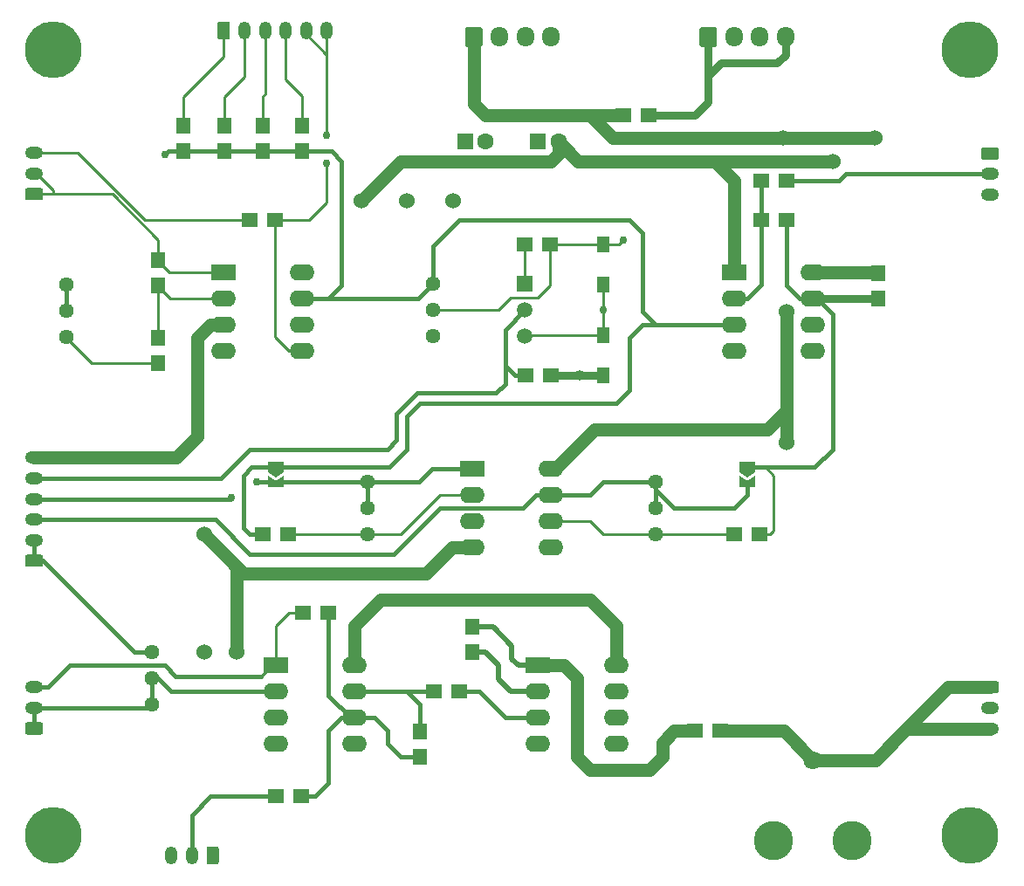
<source format=gtl>
G04 #@! TF.GenerationSoftware,KiCad,Pcbnew,(5.1.2)-1*
G04 #@! TF.CreationDate,2019-05-14T15:53:23-07:00*
G04 #@! TF.ProjectId,triumph_main,74726975-6d70-4685-9f6d-61696e2e6b69,A*
G04 #@! TF.SameCoordinates,Original*
G04 #@! TF.FileFunction,Copper,L1,Top*
G04 #@! TF.FilePolarity,Positive*
%FSLAX46Y46*%
G04 Gerber Fmt 4.6, Leading zero omitted, Abs format (unit mm)*
G04 Created by KiCad (PCBNEW (5.1.2)-1) date 2019-05-14 15:53:23*
%MOMM*%
%LPD*%
G04 APERTURE LIST*
%ADD10O,2.400000X1.600000*%
%ADD11R,2.400000X1.600000*%
%ADD12C,0.100000*%
%ADD13C,1.200000*%
%ADD14O,1.200000X1.750000*%
%ADD15C,3.810000*%
%ADD16C,1.800000*%
%ADD17C,5.500000*%
%ADD18R,1.400000X1.550000*%
%ADD19R,1.200000X1.500000*%
%ADD20C,1.600000*%
%ADD21R,1.600000X1.600000*%
%ADD22R,1.550000X1.400000*%
%ADD23C,1.440000*%
%ADD24R,1.500000X1.500000*%
%ADD25C,1.500000*%
%ADD26C,0.300000*%
%ADD27O,1.700000X1.950000*%
%ADD28C,1.700000*%
%ADD29O,1.750000X1.200000*%
%ADD30C,1.016000*%
%ADD31C,1.524000*%
%ADD32C,0.762000*%
%ADD33C,0.762000*%
%ADD34C,1.270000*%
%ADD35C,0.254000*%
%ADD36C,0.381000*%
%ADD37C,0.508000*%
G04 APERTURE END LIST*
D10*
X173736000Y-83566000D03*
X166116000Y-91186000D03*
X173736000Y-86106000D03*
X166116000Y-88646000D03*
X173736000Y-88646000D03*
X166116000Y-86106000D03*
X173736000Y-91186000D03*
D11*
X166116000Y-83566000D03*
D12*
G36*
X115880505Y-139207204D02*
G01*
X115904773Y-139210804D01*
X115928572Y-139216765D01*
X115951671Y-139225030D01*
X115973850Y-139235520D01*
X115994893Y-139248132D01*
X116014599Y-139262747D01*
X116032777Y-139279223D01*
X116049253Y-139297401D01*
X116063868Y-139317107D01*
X116076480Y-139338150D01*
X116086970Y-139360329D01*
X116095235Y-139383428D01*
X116101196Y-139407227D01*
X116104796Y-139431495D01*
X116106000Y-139455999D01*
X116106000Y-140706001D01*
X116104796Y-140730505D01*
X116101196Y-140754773D01*
X116095235Y-140778572D01*
X116086970Y-140801671D01*
X116076480Y-140823850D01*
X116063868Y-140844893D01*
X116049253Y-140864599D01*
X116032777Y-140882777D01*
X116014599Y-140899253D01*
X115994893Y-140913868D01*
X115973850Y-140926480D01*
X115951671Y-140936970D01*
X115928572Y-140945235D01*
X115904773Y-140951196D01*
X115880505Y-140954796D01*
X115856001Y-140956000D01*
X115155999Y-140956000D01*
X115131495Y-140954796D01*
X115107227Y-140951196D01*
X115083428Y-140945235D01*
X115060329Y-140936970D01*
X115038150Y-140926480D01*
X115017107Y-140913868D01*
X114997401Y-140899253D01*
X114979223Y-140882777D01*
X114962747Y-140864599D01*
X114948132Y-140844893D01*
X114935520Y-140823850D01*
X114925030Y-140801671D01*
X114916765Y-140778572D01*
X114910804Y-140754773D01*
X114907204Y-140730505D01*
X114906000Y-140706001D01*
X114906000Y-139455999D01*
X114907204Y-139431495D01*
X114910804Y-139407227D01*
X114916765Y-139383428D01*
X114925030Y-139360329D01*
X114935520Y-139338150D01*
X114948132Y-139317107D01*
X114962747Y-139297401D01*
X114979223Y-139279223D01*
X114997401Y-139262747D01*
X115017107Y-139248132D01*
X115038150Y-139235520D01*
X115060329Y-139225030D01*
X115083428Y-139216765D01*
X115107227Y-139210804D01*
X115131495Y-139207204D01*
X115155999Y-139206000D01*
X115856001Y-139206000D01*
X115880505Y-139207204D01*
X115880505Y-139207204D01*
G37*
D13*
X115506000Y-140081000D03*
D14*
X113506000Y-140081000D03*
X111506000Y-140081000D03*
D15*
X169936000Y-138656000D03*
X177536000Y-138656000D03*
D16*
X173736000Y-130856000D03*
D17*
X188976000Y-138176000D03*
X100076000Y-138176000D03*
X188976000Y-61976000D03*
X100076000Y-61976000D03*
D18*
X124206000Y-69321000D03*
X124206000Y-71771000D03*
X116651000Y-69321000D03*
X116651000Y-71771000D03*
X120396000Y-69321000D03*
X120396000Y-71771000D03*
X112651000Y-69321000D03*
X112651000Y-71771000D03*
D19*
X153416000Y-89636000D03*
X153416000Y-93536000D03*
X153416000Y-84736000D03*
X153416000Y-80836000D03*
D20*
X149066000Y-70866000D03*
D21*
X147066000Y-70866000D03*
D20*
X141986000Y-70866000D03*
D21*
X139986000Y-70866000D03*
D22*
X162306000Y-128016000D03*
X164756000Y-128016000D03*
X157816000Y-68326000D03*
X155366000Y-68326000D03*
D18*
X140716000Y-120396000D03*
X140716000Y-117946000D03*
D22*
X136996000Y-124206000D03*
X139446000Y-124206000D03*
D18*
X135636000Y-128106000D03*
X135636000Y-130556000D03*
D22*
X124116000Y-134366000D03*
X121666000Y-134366000D03*
X126746000Y-116586000D03*
X124296000Y-116586000D03*
X166116000Y-108966000D03*
X168566000Y-108966000D03*
X122846000Y-108966000D03*
X120396000Y-108966000D03*
X148336000Y-93536000D03*
X145886000Y-93536000D03*
X145796000Y-80836000D03*
X148246000Y-80836000D03*
D18*
X180086000Y-86106000D03*
X180086000Y-83656000D03*
D22*
X171196000Y-78486000D03*
X168746000Y-78486000D03*
D18*
X110236000Y-82386000D03*
X110236000Y-84836000D03*
D22*
X119126000Y-78486000D03*
X121576000Y-78486000D03*
X168746000Y-74676000D03*
X171196000Y-74676000D03*
D18*
X110236000Y-89916000D03*
X110236000Y-92366000D03*
D10*
X154686000Y-121666000D03*
X147066000Y-129286000D03*
X154686000Y-124206000D03*
X147066000Y-126746000D03*
X154686000Y-126746000D03*
X147066000Y-124206000D03*
X154686000Y-129286000D03*
D11*
X147066000Y-121666000D03*
D10*
X129286000Y-121666000D03*
X121666000Y-129286000D03*
X129286000Y-124206000D03*
X121666000Y-126746000D03*
X129286000Y-126746000D03*
X121666000Y-124206000D03*
X129286000Y-129286000D03*
D11*
X121666000Y-121666000D03*
D10*
X148336000Y-102616000D03*
X140716000Y-110236000D03*
X148336000Y-105156000D03*
X140716000Y-107696000D03*
X148336000Y-107696000D03*
X140716000Y-105156000D03*
X148336000Y-110236000D03*
D11*
X140716000Y-102616000D03*
D10*
X124206000Y-83566000D03*
X116586000Y-91186000D03*
X124206000Y-86106000D03*
X116586000Y-88646000D03*
X124206000Y-88646000D03*
X116586000Y-86106000D03*
X124206000Y-91186000D03*
D11*
X116586000Y-83566000D03*
D23*
X109601000Y-125476000D03*
X109601000Y-122936000D03*
X109601000Y-120396000D03*
X158496000Y-108966000D03*
X158496000Y-106426000D03*
X158496000Y-103886000D03*
X130556000Y-108966000D03*
X130556000Y-106426000D03*
X130556000Y-103886000D03*
X136906000Y-89726000D03*
X136906000Y-87186000D03*
X136906000Y-84646000D03*
X101346000Y-89789000D03*
X101346000Y-87249000D03*
X101346000Y-84709000D03*
D24*
X145796000Y-84646000D03*
D25*
X145796000Y-89726000D03*
X145796000Y-87186000D03*
D26*
X167386000Y-102436000D03*
D12*
G36*
X167386000Y-103436000D02*
G01*
X166636000Y-102936000D01*
X166636000Y-101936000D01*
X168136000Y-101936000D01*
X168136000Y-102936000D01*
X167386000Y-103436000D01*
X167386000Y-103436000D01*
G37*
D26*
X167386000Y-103886000D03*
D12*
G36*
X166636000Y-104386000D02*
G01*
X166636000Y-103236000D01*
X167386000Y-103736000D01*
X168136000Y-103236000D01*
X168136000Y-104386000D01*
X166636000Y-104386000D01*
X166636000Y-104386000D01*
G37*
D26*
X121666000Y-102436000D03*
D12*
G36*
X121666000Y-103436000D02*
G01*
X120916000Y-102936000D01*
X120916000Y-101936000D01*
X122416000Y-101936000D01*
X122416000Y-102936000D01*
X121666000Y-103436000D01*
X121666000Y-103436000D01*
G37*
D26*
X121666000Y-103886000D03*
D12*
G36*
X120916000Y-104386000D02*
G01*
X120916000Y-103236000D01*
X121666000Y-103736000D01*
X122416000Y-103236000D01*
X122416000Y-104386000D01*
X120916000Y-104386000D01*
X120916000Y-104386000D01*
G37*
D27*
X171076000Y-60706000D03*
X168576000Y-60706000D03*
X166076000Y-60706000D03*
D12*
G36*
X164200504Y-59732204D02*
G01*
X164224773Y-59735804D01*
X164248571Y-59741765D01*
X164271671Y-59750030D01*
X164293849Y-59760520D01*
X164314893Y-59773133D01*
X164334598Y-59787747D01*
X164352777Y-59804223D01*
X164369253Y-59822402D01*
X164383867Y-59842107D01*
X164396480Y-59863151D01*
X164406970Y-59885329D01*
X164415235Y-59908429D01*
X164421196Y-59932227D01*
X164424796Y-59956496D01*
X164426000Y-59981000D01*
X164426000Y-61431000D01*
X164424796Y-61455504D01*
X164421196Y-61479773D01*
X164415235Y-61503571D01*
X164406970Y-61526671D01*
X164396480Y-61548849D01*
X164383867Y-61569893D01*
X164369253Y-61589598D01*
X164352777Y-61607777D01*
X164334598Y-61624253D01*
X164314893Y-61638867D01*
X164293849Y-61651480D01*
X164271671Y-61661970D01*
X164248571Y-61670235D01*
X164224773Y-61676196D01*
X164200504Y-61679796D01*
X164176000Y-61681000D01*
X162976000Y-61681000D01*
X162951496Y-61679796D01*
X162927227Y-61676196D01*
X162903429Y-61670235D01*
X162880329Y-61661970D01*
X162858151Y-61651480D01*
X162837107Y-61638867D01*
X162817402Y-61624253D01*
X162799223Y-61607777D01*
X162782747Y-61589598D01*
X162768133Y-61569893D01*
X162755520Y-61548849D01*
X162745030Y-61526671D01*
X162736765Y-61503571D01*
X162730804Y-61479773D01*
X162727204Y-61455504D01*
X162726000Y-61431000D01*
X162726000Y-59981000D01*
X162727204Y-59956496D01*
X162730804Y-59932227D01*
X162736765Y-59908429D01*
X162745030Y-59885329D01*
X162755520Y-59863151D01*
X162768133Y-59842107D01*
X162782747Y-59822402D01*
X162799223Y-59804223D01*
X162817402Y-59787747D01*
X162837107Y-59773133D01*
X162858151Y-59760520D01*
X162880329Y-59750030D01*
X162903429Y-59741765D01*
X162927227Y-59735804D01*
X162951496Y-59732204D01*
X162976000Y-59731000D01*
X164176000Y-59731000D01*
X164200504Y-59732204D01*
X164200504Y-59732204D01*
G37*
D28*
X163576000Y-60706000D03*
D29*
X98171000Y-123771000D03*
X98171000Y-125771000D03*
D12*
G36*
X98820505Y-127172204D02*
G01*
X98844773Y-127175804D01*
X98868572Y-127181765D01*
X98891671Y-127190030D01*
X98913850Y-127200520D01*
X98934893Y-127213132D01*
X98954599Y-127227747D01*
X98972777Y-127244223D01*
X98989253Y-127262401D01*
X99003868Y-127282107D01*
X99016480Y-127303150D01*
X99026970Y-127325329D01*
X99035235Y-127348428D01*
X99041196Y-127372227D01*
X99044796Y-127396495D01*
X99046000Y-127420999D01*
X99046000Y-128121001D01*
X99044796Y-128145505D01*
X99041196Y-128169773D01*
X99035235Y-128193572D01*
X99026970Y-128216671D01*
X99016480Y-128238850D01*
X99003868Y-128259893D01*
X98989253Y-128279599D01*
X98972777Y-128297777D01*
X98954599Y-128314253D01*
X98934893Y-128328868D01*
X98913850Y-128341480D01*
X98891671Y-128351970D01*
X98868572Y-128360235D01*
X98844773Y-128366196D01*
X98820505Y-128369796D01*
X98796001Y-128371000D01*
X97545999Y-128371000D01*
X97521495Y-128369796D01*
X97497227Y-128366196D01*
X97473428Y-128360235D01*
X97450329Y-128351970D01*
X97428150Y-128341480D01*
X97407107Y-128328868D01*
X97387401Y-128314253D01*
X97369223Y-128297777D01*
X97352747Y-128279599D01*
X97338132Y-128259893D01*
X97325520Y-128238850D01*
X97315030Y-128216671D01*
X97306765Y-128193572D01*
X97300804Y-128169773D01*
X97297204Y-128145505D01*
X97296000Y-128121001D01*
X97296000Y-127420999D01*
X97297204Y-127396495D01*
X97300804Y-127372227D01*
X97306765Y-127348428D01*
X97315030Y-127325329D01*
X97325520Y-127303150D01*
X97338132Y-127282107D01*
X97352747Y-127262401D01*
X97369223Y-127244223D01*
X97387401Y-127227747D01*
X97407107Y-127213132D01*
X97428150Y-127200520D01*
X97450329Y-127190030D01*
X97473428Y-127181765D01*
X97497227Y-127175804D01*
X97521495Y-127172204D01*
X97545999Y-127171000D01*
X98796001Y-127171000D01*
X98820505Y-127172204D01*
X98820505Y-127172204D01*
G37*
D13*
X98171000Y-127771000D03*
D14*
X126586000Y-60071000D03*
X124586000Y-60071000D03*
X122586000Y-60071000D03*
X120586000Y-60071000D03*
X118586000Y-60071000D03*
D12*
G36*
X116960505Y-59197204D02*
G01*
X116984773Y-59200804D01*
X117008572Y-59206765D01*
X117031671Y-59215030D01*
X117053850Y-59225520D01*
X117074893Y-59238132D01*
X117094599Y-59252747D01*
X117112777Y-59269223D01*
X117129253Y-59287401D01*
X117143868Y-59307107D01*
X117156480Y-59328150D01*
X117166970Y-59350329D01*
X117175235Y-59373428D01*
X117181196Y-59397227D01*
X117184796Y-59421495D01*
X117186000Y-59445999D01*
X117186000Y-60696001D01*
X117184796Y-60720505D01*
X117181196Y-60744773D01*
X117175235Y-60768572D01*
X117166970Y-60791671D01*
X117156480Y-60813850D01*
X117143868Y-60834893D01*
X117129253Y-60854599D01*
X117112777Y-60872777D01*
X117094599Y-60889253D01*
X117074893Y-60903868D01*
X117053850Y-60916480D01*
X117031671Y-60926970D01*
X117008572Y-60935235D01*
X116984773Y-60941196D01*
X116960505Y-60944796D01*
X116936001Y-60946000D01*
X116235999Y-60946000D01*
X116211495Y-60944796D01*
X116187227Y-60941196D01*
X116163428Y-60935235D01*
X116140329Y-60926970D01*
X116118150Y-60916480D01*
X116097107Y-60903868D01*
X116077401Y-60889253D01*
X116059223Y-60872777D01*
X116042747Y-60854599D01*
X116028132Y-60834893D01*
X116015520Y-60813850D01*
X116005030Y-60791671D01*
X115996765Y-60768572D01*
X115990804Y-60744773D01*
X115987204Y-60720505D01*
X115986000Y-60696001D01*
X115986000Y-59445999D01*
X115987204Y-59421495D01*
X115990804Y-59397227D01*
X115996765Y-59373428D01*
X116005030Y-59350329D01*
X116015520Y-59328150D01*
X116028132Y-59307107D01*
X116042747Y-59287401D01*
X116059223Y-59269223D01*
X116077401Y-59252747D01*
X116097107Y-59238132D01*
X116118150Y-59225520D01*
X116140329Y-59215030D01*
X116163428Y-59206765D01*
X116187227Y-59200804D01*
X116211495Y-59197204D01*
X116235999Y-59196000D01*
X116936001Y-59196000D01*
X116960505Y-59197204D01*
X116960505Y-59197204D01*
G37*
D13*
X116586000Y-60071000D03*
D29*
X190881000Y-127771000D03*
X190881000Y-125771000D03*
D12*
G36*
X191530505Y-123172204D02*
G01*
X191554773Y-123175804D01*
X191578572Y-123181765D01*
X191601671Y-123190030D01*
X191623850Y-123200520D01*
X191644893Y-123213132D01*
X191664599Y-123227747D01*
X191682777Y-123244223D01*
X191699253Y-123262401D01*
X191713868Y-123282107D01*
X191726480Y-123303150D01*
X191736970Y-123325329D01*
X191745235Y-123348428D01*
X191751196Y-123372227D01*
X191754796Y-123396495D01*
X191756000Y-123420999D01*
X191756000Y-124121001D01*
X191754796Y-124145505D01*
X191751196Y-124169773D01*
X191745235Y-124193572D01*
X191736970Y-124216671D01*
X191726480Y-124238850D01*
X191713868Y-124259893D01*
X191699253Y-124279599D01*
X191682777Y-124297777D01*
X191664599Y-124314253D01*
X191644893Y-124328868D01*
X191623850Y-124341480D01*
X191601671Y-124351970D01*
X191578572Y-124360235D01*
X191554773Y-124366196D01*
X191530505Y-124369796D01*
X191506001Y-124371000D01*
X190255999Y-124371000D01*
X190231495Y-124369796D01*
X190207227Y-124366196D01*
X190183428Y-124360235D01*
X190160329Y-124351970D01*
X190138150Y-124341480D01*
X190117107Y-124328868D01*
X190097401Y-124314253D01*
X190079223Y-124297777D01*
X190062747Y-124279599D01*
X190048132Y-124259893D01*
X190035520Y-124238850D01*
X190025030Y-124216671D01*
X190016765Y-124193572D01*
X190010804Y-124169773D01*
X190007204Y-124145505D01*
X190006000Y-124121001D01*
X190006000Y-123420999D01*
X190007204Y-123396495D01*
X190010804Y-123372227D01*
X190016765Y-123348428D01*
X190025030Y-123325329D01*
X190035520Y-123303150D01*
X190048132Y-123282107D01*
X190062747Y-123262401D01*
X190079223Y-123244223D01*
X190097401Y-123227747D01*
X190117107Y-123213132D01*
X190138150Y-123200520D01*
X190160329Y-123190030D01*
X190183428Y-123181765D01*
X190207227Y-123175804D01*
X190231495Y-123172204D01*
X190255999Y-123171000D01*
X191506001Y-123171000D01*
X191530505Y-123172204D01*
X191530505Y-123172204D01*
G37*
D13*
X190881000Y-123771000D03*
D29*
X98171000Y-101506000D03*
X98171000Y-103506000D03*
X98171000Y-105506000D03*
X98171000Y-107506000D03*
X98171000Y-109506000D03*
D12*
G36*
X98820505Y-110907204D02*
G01*
X98844773Y-110910804D01*
X98868572Y-110916765D01*
X98891671Y-110925030D01*
X98913850Y-110935520D01*
X98934893Y-110948132D01*
X98954599Y-110962747D01*
X98972777Y-110979223D01*
X98989253Y-110997401D01*
X99003868Y-111017107D01*
X99016480Y-111038150D01*
X99026970Y-111060329D01*
X99035235Y-111083428D01*
X99041196Y-111107227D01*
X99044796Y-111131495D01*
X99046000Y-111155999D01*
X99046000Y-111856001D01*
X99044796Y-111880505D01*
X99041196Y-111904773D01*
X99035235Y-111928572D01*
X99026970Y-111951671D01*
X99016480Y-111973850D01*
X99003868Y-111994893D01*
X98989253Y-112014599D01*
X98972777Y-112032777D01*
X98954599Y-112049253D01*
X98934893Y-112063868D01*
X98913850Y-112076480D01*
X98891671Y-112086970D01*
X98868572Y-112095235D01*
X98844773Y-112101196D01*
X98820505Y-112104796D01*
X98796001Y-112106000D01*
X97545999Y-112106000D01*
X97521495Y-112104796D01*
X97497227Y-112101196D01*
X97473428Y-112095235D01*
X97450329Y-112086970D01*
X97428150Y-112076480D01*
X97407107Y-112063868D01*
X97387401Y-112049253D01*
X97369223Y-112032777D01*
X97352747Y-112014599D01*
X97338132Y-111994893D01*
X97325520Y-111973850D01*
X97315030Y-111951671D01*
X97306765Y-111928572D01*
X97300804Y-111904773D01*
X97297204Y-111880505D01*
X97296000Y-111856001D01*
X97296000Y-111155999D01*
X97297204Y-111131495D01*
X97300804Y-111107227D01*
X97306765Y-111083428D01*
X97315030Y-111060329D01*
X97325520Y-111038150D01*
X97338132Y-111017107D01*
X97352747Y-110997401D01*
X97369223Y-110979223D01*
X97387401Y-110962747D01*
X97407107Y-110948132D01*
X97428150Y-110935520D01*
X97450329Y-110925030D01*
X97473428Y-110916765D01*
X97497227Y-110910804D01*
X97521495Y-110907204D01*
X97545999Y-110906000D01*
X98796001Y-110906000D01*
X98820505Y-110907204D01*
X98820505Y-110907204D01*
G37*
D13*
X98171000Y-111506000D03*
D29*
X190881000Y-75996000D03*
X190881000Y-73996000D03*
D12*
G36*
X191530505Y-71397204D02*
G01*
X191554773Y-71400804D01*
X191578572Y-71406765D01*
X191601671Y-71415030D01*
X191623850Y-71425520D01*
X191644893Y-71438132D01*
X191664599Y-71452747D01*
X191682777Y-71469223D01*
X191699253Y-71487401D01*
X191713868Y-71507107D01*
X191726480Y-71528150D01*
X191736970Y-71550329D01*
X191745235Y-71573428D01*
X191751196Y-71597227D01*
X191754796Y-71621495D01*
X191756000Y-71645999D01*
X191756000Y-72346001D01*
X191754796Y-72370505D01*
X191751196Y-72394773D01*
X191745235Y-72418572D01*
X191736970Y-72441671D01*
X191726480Y-72463850D01*
X191713868Y-72484893D01*
X191699253Y-72504599D01*
X191682777Y-72522777D01*
X191664599Y-72539253D01*
X191644893Y-72553868D01*
X191623850Y-72566480D01*
X191601671Y-72576970D01*
X191578572Y-72585235D01*
X191554773Y-72591196D01*
X191530505Y-72594796D01*
X191506001Y-72596000D01*
X190255999Y-72596000D01*
X190231495Y-72594796D01*
X190207227Y-72591196D01*
X190183428Y-72585235D01*
X190160329Y-72576970D01*
X190138150Y-72566480D01*
X190117107Y-72553868D01*
X190097401Y-72539253D01*
X190079223Y-72522777D01*
X190062747Y-72504599D01*
X190048132Y-72484893D01*
X190035520Y-72463850D01*
X190025030Y-72441671D01*
X190016765Y-72418572D01*
X190010804Y-72394773D01*
X190007204Y-72370505D01*
X190006000Y-72346001D01*
X190006000Y-71645999D01*
X190007204Y-71621495D01*
X190010804Y-71597227D01*
X190016765Y-71573428D01*
X190025030Y-71550329D01*
X190035520Y-71528150D01*
X190048132Y-71507107D01*
X190062747Y-71487401D01*
X190079223Y-71469223D01*
X190097401Y-71452747D01*
X190117107Y-71438132D01*
X190138150Y-71425520D01*
X190160329Y-71415030D01*
X190183428Y-71406765D01*
X190207227Y-71400804D01*
X190231495Y-71397204D01*
X190255999Y-71396000D01*
X191506001Y-71396000D01*
X191530505Y-71397204D01*
X191530505Y-71397204D01*
G37*
D13*
X190881000Y-71996000D03*
D29*
X98171000Y-71946000D03*
X98171000Y-73946000D03*
D12*
G36*
X98820505Y-75347204D02*
G01*
X98844773Y-75350804D01*
X98868572Y-75356765D01*
X98891671Y-75365030D01*
X98913850Y-75375520D01*
X98934893Y-75388132D01*
X98954599Y-75402747D01*
X98972777Y-75419223D01*
X98989253Y-75437401D01*
X99003868Y-75457107D01*
X99016480Y-75478150D01*
X99026970Y-75500329D01*
X99035235Y-75523428D01*
X99041196Y-75547227D01*
X99044796Y-75571495D01*
X99046000Y-75595999D01*
X99046000Y-76296001D01*
X99044796Y-76320505D01*
X99041196Y-76344773D01*
X99035235Y-76368572D01*
X99026970Y-76391671D01*
X99016480Y-76413850D01*
X99003868Y-76434893D01*
X98989253Y-76454599D01*
X98972777Y-76472777D01*
X98954599Y-76489253D01*
X98934893Y-76503868D01*
X98913850Y-76516480D01*
X98891671Y-76526970D01*
X98868572Y-76535235D01*
X98844773Y-76541196D01*
X98820505Y-76544796D01*
X98796001Y-76546000D01*
X97545999Y-76546000D01*
X97521495Y-76544796D01*
X97497227Y-76541196D01*
X97473428Y-76535235D01*
X97450329Y-76526970D01*
X97428150Y-76516480D01*
X97407107Y-76503868D01*
X97387401Y-76489253D01*
X97369223Y-76472777D01*
X97352747Y-76454599D01*
X97338132Y-76434893D01*
X97325520Y-76413850D01*
X97315030Y-76391671D01*
X97306765Y-76368572D01*
X97300804Y-76344773D01*
X97297204Y-76320505D01*
X97296000Y-76296001D01*
X97296000Y-75595999D01*
X97297204Y-75571495D01*
X97300804Y-75547227D01*
X97306765Y-75523428D01*
X97315030Y-75500329D01*
X97325520Y-75478150D01*
X97338132Y-75457107D01*
X97352747Y-75437401D01*
X97369223Y-75419223D01*
X97387401Y-75402747D01*
X97407107Y-75388132D01*
X97428150Y-75375520D01*
X97450329Y-75365030D01*
X97473428Y-75356765D01*
X97497227Y-75350804D01*
X97521495Y-75347204D01*
X97545999Y-75346000D01*
X98796001Y-75346000D01*
X98820505Y-75347204D01*
X98820505Y-75347204D01*
G37*
D13*
X98171000Y-75946000D03*
D27*
X148336000Y-60706000D03*
X145836000Y-60706000D03*
X143336000Y-60706000D03*
D12*
G36*
X141460504Y-59732204D02*
G01*
X141484773Y-59735804D01*
X141508571Y-59741765D01*
X141531671Y-59750030D01*
X141553849Y-59760520D01*
X141574893Y-59773133D01*
X141594598Y-59787747D01*
X141612777Y-59804223D01*
X141629253Y-59822402D01*
X141643867Y-59842107D01*
X141656480Y-59863151D01*
X141666970Y-59885329D01*
X141675235Y-59908429D01*
X141681196Y-59932227D01*
X141684796Y-59956496D01*
X141686000Y-59981000D01*
X141686000Y-61431000D01*
X141684796Y-61455504D01*
X141681196Y-61479773D01*
X141675235Y-61503571D01*
X141666970Y-61526671D01*
X141656480Y-61548849D01*
X141643867Y-61569893D01*
X141629253Y-61589598D01*
X141612777Y-61607777D01*
X141594598Y-61624253D01*
X141574893Y-61638867D01*
X141553849Y-61651480D01*
X141531671Y-61661970D01*
X141508571Y-61670235D01*
X141484773Y-61676196D01*
X141460504Y-61679796D01*
X141436000Y-61681000D01*
X140236000Y-61681000D01*
X140211496Y-61679796D01*
X140187227Y-61676196D01*
X140163429Y-61670235D01*
X140140329Y-61661970D01*
X140118151Y-61651480D01*
X140097107Y-61638867D01*
X140077402Y-61624253D01*
X140059223Y-61607777D01*
X140042747Y-61589598D01*
X140028133Y-61569893D01*
X140015520Y-61548849D01*
X140005030Y-61526671D01*
X139996765Y-61503571D01*
X139990804Y-61479773D01*
X139987204Y-61455504D01*
X139986000Y-61431000D01*
X139986000Y-59981000D01*
X139987204Y-59956496D01*
X139990804Y-59932227D01*
X139996765Y-59908429D01*
X140005030Y-59885329D01*
X140015520Y-59863151D01*
X140028133Y-59842107D01*
X140042747Y-59822402D01*
X140059223Y-59804223D01*
X140077402Y-59787747D01*
X140097107Y-59773133D01*
X140118151Y-59760520D01*
X140140329Y-59750030D01*
X140163429Y-59741765D01*
X140187227Y-59735804D01*
X140211496Y-59732204D01*
X140236000Y-59731000D01*
X141436000Y-59731000D01*
X141460504Y-59732204D01*
X141460504Y-59732204D01*
G37*
D28*
X140836000Y-60706000D03*
D30*
X151066000Y-93536000D03*
D31*
X171196000Y-87376000D03*
X171196005Y-100076005D03*
X134366000Y-76581000D03*
X114681000Y-120396000D03*
X138811000Y-76581000D03*
X170815005Y-70485005D03*
X179704901Y-70485005D03*
X175641000Y-72771000D03*
X114681000Y-108966000D03*
X129921000Y-76581000D03*
X117856000Y-120396004D03*
D32*
X153416000Y-87185500D03*
X155321000Y-80391000D03*
X119761000Y-103886000D03*
X117348000Y-105410014D03*
X126586000Y-70231000D03*
X126586000Y-72931000D03*
X110871000Y-72136000D03*
D33*
X148336000Y-93536000D02*
X151066000Y-93536000D01*
X151066000Y-93536000D02*
X153416000Y-93536000D01*
D34*
X116586000Y-88646000D02*
X115316000Y-88646000D01*
X115316000Y-88646000D02*
X114046000Y-89916000D01*
X114046000Y-89916000D02*
X114046000Y-99441000D01*
X111981000Y-101506000D02*
X98171000Y-101506000D01*
X114046000Y-99441000D02*
X111981000Y-101506000D01*
X179996000Y-83566000D02*
X180086000Y-83656000D01*
X173736000Y-83566000D02*
X179996000Y-83566000D01*
X140836000Y-67176000D02*
X140836000Y-60706000D01*
X141986000Y-68326000D02*
X140836000Y-67176000D01*
X155366000Y-68326000D02*
X152146000Y-68326000D01*
X152146000Y-68326000D02*
X141986000Y-68326000D01*
X154686000Y-117856000D02*
X154686000Y-121666000D01*
X152146000Y-115316000D02*
X154686000Y-117856000D01*
X131826000Y-115316000D02*
X152146000Y-115316000D01*
X129286000Y-121666000D02*
X129286000Y-117856000D01*
X129286000Y-117856000D02*
X131826000Y-115316000D01*
X169291000Y-98806000D02*
X171196000Y-96901000D01*
X152546000Y-98806000D02*
X169291000Y-98806000D01*
X148336000Y-102616000D02*
X148736000Y-102616000D01*
X148736000Y-102616000D02*
X152546000Y-98806000D01*
X171196000Y-96901000D02*
X171196000Y-87376000D01*
X171196005Y-98998375D02*
X171196005Y-100076005D01*
X171196005Y-96901005D02*
X171196005Y-98998375D01*
X171196000Y-96901000D02*
X171196005Y-96901005D01*
X152146000Y-68326000D02*
X154305005Y-70485005D01*
X169737375Y-70485005D02*
X170815005Y-70485005D01*
X154305005Y-70485005D02*
X169737375Y-70485005D01*
X170815005Y-70485005D02*
X179704901Y-70485005D01*
X149066000Y-70866000D02*
X150971000Y-72771000D01*
X150971000Y-72771000D02*
X164211000Y-72771000D01*
X166116000Y-74676000D02*
X166116000Y-83566000D01*
X164211000Y-72771000D02*
X166116000Y-74676000D01*
X164211000Y-72771000D02*
X175641000Y-72771000D01*
X138754000Y-110236000D02*
X140716000Y-110236000D01*
X136214000Y-112776000D02*
X138754000Y-110236000D01*
X118491000Y-112776000D02*
X136214000Y-112776000D01*
X114681000Y-108966000D02*
X117221000Y-111506000D01*
X117221000Y-111506000D02*
X118491000Y-112776000D01*
X117221000Y-111506000D02*
X117856000Y-112141000D01*
X117856000Y-112141000D02*
X117856000Y-119318374D01*
X117856000Y-119318374D02*
X117856000Y-120396004D01*
X133731000Y-72771000D02*
X129921000Y-76581000D01*
X148292370Y-72771000D02*
X133731000Y-72771000D01*
X149066000Y-70866000D02*
X149066000Y-71997370D01*
X149066000Y-71997370D02*
X148292370Y-72771000D01*
D35*
X153416000Y-84736000D02*
X153416000Y-85740000D01*
X153416000Y-85740000D02*
X153416000Y-87185500D01*
X153416000Y-87185500D02*
X153416000Y-89636000D01*
X145886000Y-89636000D02*
X145796000Y-89726000D01*
X153416000Y-89636000D02*
X145886000Y-89636000D01*
X148246000Y-80836000D02*
X153416000Y-80836000D01*
X143192000Y-87186000D02*
X144399000Y-85979000D01*
X136906000Y-87186000D02*
X143192000Y-87186000D01*
X144399000Y-85979000D02*
X147066000Y-85979000D01*
X148246000Y-84799000D02*
X148246000Y-80836000D01*
X147066000Y-85979000D02*
X148246000Y-84799000D01*
X153416000Y-80836000D02*
X154876000Y-80836000D01*
X154876000Y-80836000D02*
X155321000Y-80391000D01*
X102426000Y-71946000D02*
X98171000Y-71946000D01*
X119126000Y-78486000D02*
X108966000Y-78486000D01*
X108966000Y-78486000D02*
X102426000Y-71946000D01*
X110236000Y-82461000D02*
X110236000Y-82386000D01*
X111341000Y-83566000D02*
X110236000Y-82461000D01*
X116586000Y-83566000D02*
X111341000Y-83566000D01*
X100076000Y-75576000D02*
X100076000Y-75946000D01*
X98446000Y-73946000D02*
X100076000Y-75576000D01*
X98171000Y-73946000D02*
X98446000Y-73946000D01*
X100076000Y-75946000D02*
X98171000Y-75946000D01*
X105791000Y-75946000D02*
X100076000Y-75946000D01*
X110236000Y-82386000D02*
X110236000Y-80391000D01*
X110236000Y-80391000D02*
X105791000Y-75946000D01*
D36*
X176276000Y-74676000D02*
X171196000Y-74676000D01*
X190881000Y-73996000D02*
X176956000Y-73996000D01*
X176956000Y-73996000D02*
X176276000Y-74676000D01*
X130556000Y-103886000D02*
X130556000Y-106426000D01*
X121666000Y-103886000D02*
X119761000Y-103886000D01*
X98171000Y-105506000D02*
X117252014Y-105506000D01*
X117252014Y-105506000D02*
X117348000Y-105410014D01*
X121666000Y-103886000D02*
X130556000Y-103886000D01*
X136779000Y-102616000D02*
X140716000Y-102616000D01*
X130556000Y-103886000D02*
X135509000Y-103886000D01*
X135509000Y-103886000D02*
X136779000Y-102616000D01*
X98171000Y-109506000D02*
X98171000Y-111506000D01*
X107886500Y-120396000D02*
X109601000Y-120396000D01*
X98171000Y-111506000D02*
X98996500Y-111506000D01*
X98996500Y-111506000D02*
X107886500Y-120396000D01*
X148336000Y-105156000D02*
X152146000Y-105156000D01*
X152146000Y-105156000D02*
X153416000Y-103886000D01*
X153416000Y-103886000D02*
X158496000Y-103886000D01*
X158496000Y-103886000D02*
X158496000Y-106426000D01*
X115824000Y-107506000D02*
X98234000Y-107506000D01*
X146882000Y-105156000D02*
X145612000Y-106426000D01*
X148336000Y-105156000D02*
X146882000Y-105156000D01*
X145612000Y-106426000D02*
X137541000Y-106426000D01*
X137541000Y-106426000D02*
X133096000Y-110871000D01*
X133096000Y-110871000D02*
X119126000Y-110871000D01*
X119126000Y-110871000D02*
X115761000Y-107506000D01*
X160274000Y-106426000D02*
X158496000Y-104648000D01*
X166116000Y-106426000D02*
X160274000Y-106426000D01*
X167386000Y-103886000D02*
X167386000Y-105156000D01*
X167386000Y-105156000D02*
X166116000Y-106426000D01*
X144857000Y-93536000D02*
X143891000Y-92570000D01*
X145886000Y-93536000D02*
X144857000Y-93536000D01*
X143891000Y-89091000D02*
X145796000Y-87186000D01*
X143891000Y-92570000D02*
X143891000Y-89091000D01*
X116332000Y-103506000D02*
X98172000Y-103506000D01*
X119126000Y-100711000D02*
X116331000Y-103506000D01*
X132461000Y-100711000D02*
X119126000Y-100711000D01*
X143891000Y-94361000D02*
X143002000Y-95250000D01*
X143891000Y-92570000D02*
X143891000Y-94361000D01*
X135382000Y-95250000D02*
X133350000Y-97282000D01*
X143002000Y-95250000D02*
X135382000Y-95250000D01*
X133350000Y-97282000D02*
X133350000Y-99822000D01*
X133350000Y-99822000D02*
X132461000Y-100711000D01*
D34*
X173736000Y-130856000D02*
X179786000Y-130856000D01*
X182626000Y-128016000D02*
X179786000Y-130856000D01*
X170896000Y-128016000D02*
X173736000Y-130856000D01*
X164756000Y-128016000D02*
X170896000Y-128016000D01*
X186871000Y-123771000D02*
X190881000Y-123771000D01*
X182626000Y-128016000D02*
X186871000Y-123771000D01*
D33*
X182871000Y-127771000D02*
X182626000Y-128016000D01*
D34*
X190881000Y-127771000D02*
X182871000Y-127771000D01*
D35*
X112651000Y-69321000D02*
X112651000Y-66546000D01*
X116586000Y-62611000D02*
X116586000Y-60071000D01*
X112651000Y-66546000D02*
X116586000Y-62611000D01*
X121576000Y-89826000D02*
X121576000Y-78486000D01*
X124206000Y-91186000D02*
X122936000Y-91186000D01*
X122936000Y-91186000D02*
X121576000Y-89826000D01*
X126586000Y-70231000D02*
X126586000Y-60071000D01*
X126586000Y-62451000D02*
X126586000Y-70231000D01*
X124586000Y-60071000D02*
X124586000Y-60451000D01*
X124586000Y-60451000D02*
X126586000Y-62451000D01*
X126586000Y-76741000D02*
X126586000Y-72931000D01*
X121576000Y-78486000D02*
X124841000Y-78486000D01*
X124841000Y-78486000D02*
X126586000Y-76741000D01*
X122936000Y-116586000D02*
X124296000Y-116586000D01*
X121666000Y-121666000D02*
X121666000Y-117856000D01*
X121666000Y-117856000D02*
X122936000Y-116586000D01*
X121266000Y-121666000D02*
X121666000Y-121666000D01*
D36*
X98171000Y-123771000D02*
X99545000Y-123771000D01*
X99545000Y-123771000D02*
X101650000Y-121666000D01*
X101650000Y-121666000D02*
X110871000Y-121666000D01*
X110871000Y-121666000D02*
X111925000Y-122720000D01*
X111925000Y-122720000D02*
X120212000Y-122720000D01*
D35*
X120212000Y-122720000D02*
X121266000Y-121666000D01*
D36*
X98171000Y-125771000D02*
X98171000Y-127771000D01*
X109601000Y-125476000D02*
X109601000Y-122936000D01*
X98171000Y-125771000D02*
X109306000Y-125771000D01*
D35*
X109306000Y-125771000D02*
X109601000Y-125476000D01*
D36*
X111506000Y-124206000D02*
X121666000Y-124206000D01*
D35*
X109601000Y-122936000D02*
X110236000Y-122936000D01*
D36*
X110236000Y-122936000D02*
X111506000Y-124206000D01*
X113506000Y-140081000D02*
X113506000Y-136176000D01*
X115316000Y-134366000D02*
X121666000Y-134366000D01*
X113506000Y-136176000D02*
X115316000Y-134366000D01*
D33*
X163576000Y-64516000D02*
X163576000Y-60706000D01*
X171076000Y-62443000D02*
X171076000Y-60706000D01*
X170273000Y-63246000D02*
X171076000Y-62443000D01*
X164846000Y-63246000D02*
X170273000Y-63246000D01*
X163576000Y-64516000D02*
X164846000Y-63246000D01*
X163576000Y-67056000D02*
X163576000Y-64516000D01*
X157816000Y-68326000D02*
X162306000Y-68326000D01*
X162306000Y-68326000D02*
X163576000Y-67056000D01*
X180086000Y-86106000D02*
X173736000Y-86106000D01*
D36*
X169111000Y-102436000D02*
X167386000Y-102436000D01*
D35*
X169926000Y-103251000D02*
X169111000Y-102436000D01*
X169926000Y-108635000D02*
X169926000Y-103251000D01*
X168566000Y-108966000D02*
X169595000Y-108966000D01*
X169595000Y-108966000D02*
X169926000Y-108635000D01*
X167386000Y-102436000D02*
X167566000Y-102436000D01*
D36*
X169111000Y-102436000D02*
X173916000Y-102436000D01*
X173916000Y-102436000D02*
X175641000Y-100711000D01*
D35*
X174136000Y-86106000D02*
X173736000Y-86106000D01*
D36*
X175641000Y-87611000D02*
X174136000Y-86106000D01*
X175641000Y-100711000D02*
X175641000Y-87611000D01*
X171196000Y-84836000D02*
X171196000Y-78486000D01*
X173736000Y-86106000D02*
X172466000Y-86106000D01*
X172466000Y-86106000D02*
X171196000Y-84836000D01*
D35*
X145796000Y-84646000D02*
X145796000Y-80836000D01*
X110236000Y-84911000D02*
X110236000Y-84836000D01*
X111431000Y-86106000D02*
X110236000Y-84911000D01*
X116586000Y-86106000D02*
X111431000Y-86106000D01*
X110236000Y-88887000D02*
X110236000Y-84836000D01*
X110236000Y-89916000D02*
X110236000Y-88887000D01*
X101346000Y-89916000D02*
X101346000Y-89789000D01*
X110236000Y-92366000D02*
X103796000Y-92366000D01*
X103796000Y-92366000D02*
X101346000Y-89916000D01*
D36*
X168746000Y-74676000D02*
X168746000Y-78486000D01*
X166516000Y-86106000D02*
X167386000Y-86106000D01*
D35*
X166116000Y-86106000D02*
X166516000Y-86106000D01*
D36*
X168746000Y-84746000D02*
X167386000Y-86106000D01*
X168746000Y-78486000D02*
X168746000Y-84746000D01*
D35*
X122846000Y-108966000D02*
X130556000Y-108966000D01*
X130556000Y-108966000D02*
X133731000Y-108966000D01*
X137541000Y-105156000D02*
X140716000Y-105156000D01*
X133731000Y-108966000D02*
X137541000Y-105156000D01*
X148336000Y-107696000D02*
X152146000Y-107696000D01*
X152146000Y-107696000D02*
X153416000Y-108966000D01*
X153416000Y-108966000D02*
X158496000Y-108966000D01*
X158496000Y-108966000D02*
X166116000Y-108966000D01*
D36*
X128886000Y-126746000D02*
X129286000Y-126746000D01*
X126746000Y-124606000D02*
X128886000Y-126746000D01*
X126746000Y-116586000D02*
X126746000Y-124606000D01*
X129286000Y-126746000D02*
X131191000Y-126746000D01*
X131191000Y-126746000D02*
X132461000Y-128016000D01*
X132461000Y-128016000D02*
X132461000Y-129286000D01*
X133731000Y-130556000D02*
X135636000Y-130556000D01*
X132461000Y-129286000D02*
X133731000Y-130556000D01*
X128016000Y-126746000D02*
X129286000Y-126746000D01*
X126746000Y-128016000D02*
X128016000Y-126746000D01*
X126746000Y-133096000D02*
X126746000Y-128016000D01*
X124116000Y-134366000D02*
X125476000Y-134366000D01*
X125476000Y-134366000D02*
X126746000Y-133096000D01*
X136921000Y-124206000D02*
X136996000Y-124206000D01*
X135636000Y-125476000D02*
X134366000Y-124206000D01*
X135636000Y-128106000D02*
X135636000Y-125476000D01*
X129286000Y-124206000D02*
X134366000Y-124206000D01*
X134366000Y-124206000D02*
X136996000Y-124206000D01*
X139446000Y-124206000D02*
X141351000Y-124206000D01*
X143891000Y-126746000D02*
X147066000Y-126746000D01*
X141351000Y-124206000D02*
X143891000Y-126746000D01*
D37*
X141986000Y-120396000D02*
X140716000Y-120396000D01*
X143256000Y-121666000D02*
X141986000Y-120396000D01*
X143256000Y-123011000D02*
X143256000Y-121666000D01*
X147066000Y-124206000D02*
X144451000Y-124206000D01*
X144451000Y-124206000D02*
X143256000Y-123011000D01*
X145161000Y-121666000D02*
X147066000Y-121666000D01*
X144526000Y-121031000D02*
X145161000Y-121666000D01*
X144526000Y-119761000D02*
X144526000Y-121031000D01*
X140716000Y-117946000D02*
X142711000Y-117946000D01*
X142711000Y-117946000D02*
X144526000Y-119761000D01*
D34*
X149606000Y-121666000D02*
X147066000Y-121666000D01*
X150876000Y-130556000D02*
X150876000Y-122936000D01*
X160261000Y-128016000D02*
X159131000Y-129146000D01*
X150876000Y-122936000D02*
X149606000Y-121666000D01*
X162306000Y-128016000D02*
X160261000Y-128016000D01*
X159131000Y-129146000D02*
X159131000Y-130556000D01*
X159131000Y-130556000D02*
X157861000Y-131826000D01*
X157861000Y-131826000D02*
X152146000Y-131826000D01*
X152146000Y-131826000D02*
X150876000Y-130556000D01*
D36*
X120396000Y-108966000D02*
X119126000Y-108966000D01*
X119126000Y-108966000D02*
X118491000Y-108331000D01*
X118491000Y-108331000D02*
X118491000Y-103251000D01*
X119306000Y-102436000D02*
X121666000Y-102436000D01*
X118491000Y-103251000D02*
X119306000Y-102436000D01*
X136906000Y-84646000D02*
X136906000Y-81026000D01*
X136906000Y-81026000D02*
X139446000Y-78486000D01*
X139446000Y-78486000D02*
X155956000Y-78486000D01*
X155956000Y-78486000D02*
X157226000Y-79756000D01*
X157226000Y-79756000D02*
X157226000Y-87376000D01*
X157226000Y-87376000D02*
X158496000Y-88646000D01*
X135446000Y-86106000D02*
X136906000Y-84646000D01*
X124206000Y-86106000D02*
X135446000Y-86106000D01*
X112651000Y-71771000D02*
X116651000Y-71771000D01*
X116651000Y-71771000D02*
X120396000Y-71771000D01*
X121350000Y-71771000D02*
X124206000Y-71771000D01*
X120396000Y-71771000D02*
X121350000Y-71771000D01*
X112651000Y-71771000D02*
X111236000Y-71771000D01*
X111236000Y-71771000D02*
X110871000Y-72136000D01*
X124206000Y-71771000D02*
X127016000Y-71771000D01*
X127016000Y-71771000D02*
X128016000Y-72771000D01*
X128016000Y-72771000D02*
X128016000Y-84836000D01*
X128016000Y-84836000D02*
X126746000Y-86106000D01*
X101346000Y-87249000D02*
X101346000Y-84709000D01*
X157226000Y-88646000D02*
X166116000Y-88646000D01*
X155956000Y-89916000D02*
X157226000Y-88646000D01*
X155956000Y-94996000D02*
X155956000Y-89916000D01*
X121666000Y-102436000D02*
X132641000Y-102436000D01*
X134366000Y-100711000D02*
X134366000Y-97536000D01*
X132641000Y-102436000D02*
X134366000Y-100711000D01*
X134366000Y-97536000D02*
X135636000Y-96266000D01*
X135636000Y-96266000D02*
X154686000Y-96266000D01*
X154686000Y-96266000D02*
X155956000Y-94996000D01*
D35*
X120396000Y-69321000D02*
X120396000Y-66421000D01*
X120586000Y-66231000D02*
X120586000Y-60071000D01*
X120396000Y-66421000D02*
X120586000Y-66231000D01*
X116651000Y-69321000D02*
X116651000Y-66486000D01*
X118586000Y-64551000D02*
X118586000Y-60071000D01*
X116651000Y-66486000D02*
X118586000Y-64551000D01*
X122586000Y-64801000D02*
X122586000Y-60071000D01*
X124206000Y-69321000D02*
X124206000Y-66421000D01*
X124206000Y-66421000D02*
X122586000Y-64801000D01*
M02*

</source>
